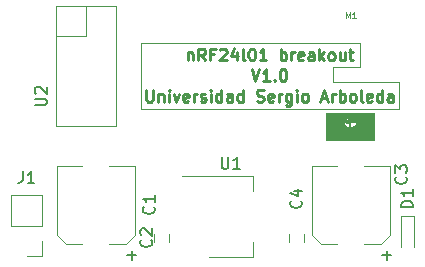
<source format=gbr>
G04 #@! TF.GenerationSoftware,KiCad,Pcbnew,(5.1.2)-2*
G04 #@! TF.CreationDate,2022-10-24T21:46:32-05:00*
G04 #@! TF.ProjectId,nrf24l01_breakout,6e726632-346c-4303-915f-627265616b6f,v1.0*
G04 #@! TF.SameCoordinates,Original*
G04 #@! TF.FileFunction,Legend,Top*
G04 #@! TF.FilePolarity,Positive*
%FSLAX46Y46*%
G04 Gerber Fmt 4.6, Leading zero omitted, Abs format (unit mm)*
G04 Created by KiCad (PCBNEW (5.1.2)-2) date 2022-10-24 21:46:32*
%MOMM*%
%LPD*%
G04 APERTURE LIST*
%ADD10C,0.120000*%
%ADD11C,0.250000*%
%ADD12C,0.010000*%
%ADD13C,0.125000*%
%ADD14C,0.150000*%
G04 APERTURE END LIST*
D10*
X125730000Y-138684000D02*
X125730000Y-138938000D01*
X144272000Y-138684000D02*
X125730000Y-138684000D01*
X144272000Y-140716000D02*
X144272000Y-138684000D01*
X141986000Y-140716000D02*
X144272000Y-140716000D01*
X141986000Y-141986000D02*
X141986000Y-140716000D01*
X147574000Y-141986000D02*
X141986000Y-141986000D01*
X147574000Y-144272000D02*
X147574000Y-141986000D01*
X125730000Y-144272000D02*
X147574000Y-144272000D01*
X125730000Y-138938000D02*
X125730000Y-144272000D01*
D11*
X129723428Y-139513714D02*
X129723428Y-140180380D01*
X129723428Y-139608952D02*
X129771047Y-139561333D01*
X129866285Y-139513714D01*
X130009142Y-139513714D01*
X130104380Y-139561333D01*
X130152000Y-139656571D01*
X130152000Y-140180380D01*
X131199619Y-140180380D02*
X130866285Y-139704190D01*
X130628190Y-140180380D02*
X130628190Y-139180380D01*
X131009142Y-139180380D01*
X131104380Y-139228000D01*
X131152000Y-139275619D01*
X131199619Y-139370857D01*
X131199619Y-139513714D01*
X131152000Y-139608952D01*
X131104380Y-139656571D01*
X131009142Y-139704190D01*
X130628190Y-139704190D01*
X131961523Y-139656571D02*
X131628190Y-139656571D01*
X131628190Y-140180380D02*
X131628190Y-139180380D01*
X132104380Y-139180380D01*
X132437714Y-139275619D02*
X132485333Y-139228000D01*
X132580571Y-139180380D01*
X132818666Y-139180380D01*
X132913904Y-139228000D01*
X132961523Y-139275619D01*
X133009142Y-139370857D01*
X133009142Y-139466095D01*
X132961523Y-139608952D01*
X132390095Y-140180380D01*
X133009142Y-140180380D01*
X133866285Y-139513714D02*
X133866285Y-140180380D01*
X133628190Y-139132761D02*
X133390095Y-139847047D01*
X134009142Y-139847047D01*
X134532952Y-140180380D02*
X134437714Y-140132761D01*
X134390095Y-140037523D01*
X134390095Y-139180380D01*
X135104380Y-139180380D02*
X135199619Y-139180380D01*
X135294857Y-139228000D01*
X135342476Y-139275619D01*
X135390095Y-139370857D01*
X135437714Y-139561333D01*
X135437714Y-139799428D01*
X135390095Y-139989904D01*
X135342476Y-140085142D01*
X135294857Y-140132761D01*
X135199619Y-140180380D01*
X135104380Y-140180380D01*
X135009142Y-140132761D01*
X134961523Y-140085142D01*
X134913904Y-139989904D01*
X134866285Y-139799428D01*
X134866285Y-139561333D01*
X134913904Y-139370857D01*
X134961523Y-139275619D01*
X135009142Y-139228000D01*
X135104380Y-139180380D01*
X136390095Y-140180380D02*
X135818666Y-140180380D01*
X136104380Y-140180380D02*
X136104380Y-139180380D01*
X136009142Y-139323238D01*
X135913904Y-139418476D01*
X135818666Y-139466095D01*
X137580571Y-140180380D02*
X137580571Y-139180380D01*
X137580571Y-139561333D02*
X137675809Y-139513714D01*
X137866285Y-139513714D01*
X137961523Y-139561333D01*
X138009142Y-139608952D01*
X138056761Y-139704190D01*
X138056761Y-139989904D01*
X138009142Y-140085142D01*
X137961523Y-140132761D01*
X137866285Y-140180380D01*
X137675809Y-140180380D01*
X137580571Y-140132761D01*
X138485333Y-140180380D02*
X138485333Y-139513714D01*
X138485333Y-139704190D02*
X138532952Y-139608952D01*
X138580571Y-139561333D01*
X138675809Y-139513714D01*
X138771047Y-139513714D01*
X139485333Y-140132761D02*
X139390095Y-140180380D01*
X139199619Y-140180380D01*
X139104380Y-140132761D01*
X139056761Y-140037523D01*
X139056761Y-139656571D01*
X139104380Y-139561333D01*
X139199619Y-139513714D01*
X139390095Y-139513714D01*
X139485333Y-139561333D01*
X139532952Y-139656571D01*
X139532952Y-139751809D01*
X139056761Y-139847047D01*
X140390095Y-140180380D02*
X140390095Y-139656571D01*
X140342476Y-139561333D01*
X140247238Y-139513714D01*
X140056761Y-139513714D01*
X139961523Y-139561333D01*
X140390095Y-140132761D02*
X140294857Y-140180380D01*
X140056761Y-140180380D01*
X139961523Y-140132761D01*
X139913904Y-140037523D01*
X139913904Y-139942285D01*
X139961523Y-139847047D01*
X140056761Y-139799428D01*
X140294857Y-139799428D01*
X140390095Y-139751809D01*
X140866285Y-140180380D02*
X140866285Y-139180380D01*
X140961523Y-139799428D02*
X141247238Y-140180380D01*
X141247238Y-139513714D02*
X140866285Y-139894666D01*
X141818666Y-140180380D02*
X141723428Y-140132761D01*
X141675809Y-140085142D01*
X141628190Y-139989904D01*
X141628190Y-139704190D01*
X141675809Y-139608952D01*
X141723428Y-139561333D01*
X141818666Y-139513714D01*
X141961523Y-139513714D01*
X142056761Y-139561333D01*
X142104380Y-139608952D01*
X142152000Y-139704190D01*
X142152000Y-139989904D01*
X142104380Y-140085142D01*
X142056761Y-140132761D01*
X141961523Y-140180380D01*
X141818666Y-140180380D01*
X143009142Y-139513714D02*
X143009142Y-140180380D01*
X142580571Y-139513714D02*
X142580571Y-140037523D01*
X142628190Y-140132761D01*
X142723428Y-140180380D01*
X142866285Y-140180380D01*
X142961523Y-140132761D01*
X143009142Y-140085142D01*
X143342476Y-139513714D02*
X143723428Y-139513714D01*
X143485333Y-139180380D02*
X143485333Y-140037523D01*
X143532952Y-140132761D01*
X143628190Y-140180380D01*
X143723428Y-140180380D01*
X135128190Y-140930380D02*
X135461523Y-141930380D01*
X135794857Y-140930380D01*
X136652000Y-141930380D02*
X136080571Y-141930380D01*
X136366285Y-141930380D02*
X136366285Y-140930380D01*
X136271047Y-141073238D01*
X136175809Y-141168476D01*
X136080571Y-141216095D01*
X137080571Y-141835142D02*
X137128190Y-141882761D01*
X137080571Y-141930380D01*
X137032952Y-141882761D01*
X137080571Y-141835142D01*
X137080571Y-141930380D01*
X137747238Y-140930380D02*
X137842476Y-140930380D01*
X137937714Y-140978000D01*
X137985333Y-141025619D01*
X138032952Y-141120857D01*
X138080571Y-141311333D01*
X138080571Y-141549428D01*
X138032952Y-141739904D01*
X137985333Y-141835142D01*
X137937714Y-141882761D01*
X137842476Y-141930380D01*
X137747238Y-141930380D01*
X137652000Y-141882761D01*
X137604380Y-141835142D01*
X137556761Y-141739904D01*
X137509142Y-141549428D01*
X137509142Y-141311333D01*
X137556761Y-141120857D01*
X137604380Y-141025619D01*
X137652000Y-140978000D01*
X137747238Y-140930380D01*
X126199619Y-142680380D02*
X126199619Y-143489904D01*
X126247238Y-143585142D01*
X126294857Y-143632761D01*
X126390095Y-143680380D01*
X126580571Y-143680380D01*
X126675809Y-143632761D01*
X126723428Y-143585142D01*
X126771047Y-143489904D01*
X126771047Y-142680380D01*
X127247238Y-143013714D02*
X127247238Y-143680380D01*
X127247238Y-143108952D02*
X127294857Y-143061333D01*
X127390095Y-143013714D01*
X127532952Y-143013714D01*
X127628190Y-143061333D01*
X127675809Y-143156571D01*
X127675809Y-143680380D01*
X128152000Y-143680380D02*
X128152000Y-143013714D01*
X128152000Y-142680380D02*
X128104380Y-142728000D01*
X128152000Y-142775619D01*
X128199619Y-142728000D01*
X128152000Y-142680380D01*
X128152000Y-142775619D01*
X128532952Y-143013714D02*
X128771047Y-143680380D01*
X129009142Y-143013714D01*
X129771047Y-143632761D02*
X129675809Y-143680380D01*
X129485333Y-143680380D01*
X129390095Y-143632761D01*
X129342476Y-143537523D01*
X129342476Y-143156571D01*
X129390095Y-143061333D01*
X129485333Y-143013714D01*
X129675809Y-143013714D01*
X129771047Y-143061333D01*
X129818666Y-143156571D01*
X129818666Y-143251809D01*
X129342476Y-143347047D01*
X130247238Y-143680380D02*
X130247238Y-143013714D01*
X130247238Y-143204190D02*
X130294857Y-143108952D01*
X130342476Y-143061333D01*
X130437714Y-143013714D01*
X130532952Y-143013714D01*
X130818666Y-143632761D02*
X130913904Y-143680380D01*
X131104380Y-143680380D01*
X131199619Y-143632761D01*
X131247238Y-143537523D01*
X131247238Y-143489904D01*
X131199619Y-143394666D01*
X131104380Y-143347047D01*
X130961523Y-143347047D01*
X130866285Y-143299428D01*
X130818666Y-143204190D01*
X130818666Y-143156571D01*
X130866285Y-143061333D01*
X130961523Y-143013714D01*
X131104380Y-143013714D01*
X131199619Y-143061333D01*
X131675809Y-143680380D02*
X131675809Y-143013714D01*
X131675809Y-142680380D02*
X131628190Y-142728000D01*
X131675809Y-142775619D01*
X131723428Y-142728000D01*
X131675809Y-142680380D01*
X131675809Y-142775619D01*
X132580571Y-143680380D02*
X132580571Y-142680380D01*
X132580571Y-143632761D02*
X132485333Y-143680380D01*
X132294857Y-143680380D01*
X132199619Y-143632761D01*
X132152000Y-143585142D01*
X132104380Y-143489904D01*
X132104380Y-143204190D01*
X132152000Y-143108952D01*
X132199619Y-143061333D01*
X132294857Y-143013714D01*
X132485333Y-143013714D01*
X132580571Y-143061333D01*
X133485333Y-143680380D02*
X133485333Y-143156571D01*
X133437714Y-143061333D01*
X133342476Y-143013714D01*
X133152000Y-143013714D01*
X133056761Y-143061333D01*
X133485333Y-143632761D02*
X133390095Y-143680380D01*
X133152000Y-143680380D01*
X133056761Y-143632761D01*
X133009142Y-143537523D01*
X133009142Y-143442285D01*
X133056761Y-143347047D01*
X133152000Y-143299428D01*
X133390095Y-143299428D01*
X133485333Y-143251809D01*
X134390095Y-143680380D02*
X134390095Y-142680380D01*
X134390095Y-143632761D02*
X134294857Y-143680380D01*
X134104380Y-143680380D01*
X134009142Y-143632761D01*
X133961523Y-143585142D01*
X133913904Y-143489904D01*
X133913904Y-143204190D01*
X133961523Y-143108952D01*
X134009142Y-143061333D01*
X134104380Y-143013714D01*
X134294857Y-143013714D01*
X134390095Y-143061333D01*
X135580571Y-143632761D02*
X135723428Y-143680380D01*
X135961523Y-143680380D01*
X136056761Y-143632761D01*
X136104380Y-143585142D01*
X136152000Y-143489904D01*
X136152000Y-143394666D01*
X136104380Y-143299428D01*
X136056761Y-143251809D01*
X135961523Y-143204190D01*
X135771047Y-143156571D01*
X135675809Y-143108952D01*
X135628190Y-143061333D01*
X135580571Y-142966095D01*
X135580571Y-142870857D01*
X135628190Y-142775619D01*
X135675809Y-142728000D01*
X135771047Y-142680380D01*
X136009142Y-142680380D01*
X136152000Y-142728000D01*
X136961523Y-143632761D02*
X136866285Y-143680380D01*
X136675809Y-143680380D01*
X136580571Y-143632761D01*
X136532952Y-143537523D01*
X136532952Y-143156571D01*
X136580571Y-143061333D01*
X136675809Y-143013714D01*
X136866285Y-143013714D01*
X136961523Y-143061333D01*
X137009142Y-143156571D01*
X137009142Y-143251809D01*
X136532952Y-143347047D01*
X137437714Y-143680380D02*
X137437714Y-143013714D01*
X137437714Y-143204190D02*
X137485333Y-143108952D01*
X137532952Y-143061333D01*
X137628190Y-143013714D01*
X137723428Y-143013714D01*
X138485333Y-143013714D02*
X138485333Y-143823238D01*
X138437714Y-143918476D01*
X138390095Y-143966095D01*
X138294857Y-144013714D01*
X138152000Y-144013714D01*
X138056761Y-143966095D01*
X138485333Y-143632761D02*
X138390095Y-143680380D01*
X138199619Y-143680380D01*
X138104380Y-143632761D01*
X138056761Y-143585142D01*
X138009142Y-143489904D01*
X138009142Y-143204190D01*
X138056761Y-143108952D01*
X138104380Y-143061333D01*
X138199619Y-143013714D01*
X138390095Y-143013714D01*
X138485333Y-143061333D01*
X138961523Y-143680380D02*
X138961523Y-143013714D01*
X138961523Y-142680380D02*
X138913904Y-142728000D01*
X138961523Y-142775619D01*
X139009142Y-142728000D01*
X138961523Y-142680380D01*
X138961523Y-142775619D01*
X139580571Y-143680380D02*
X139485333Y-143632761D01*
X139437714Y-143585142D01*
X139390095Y-143489904D01*
X139390095Y-143204190D01*
X139437714Y-143108952D01*
X139485333Y-143061333D01*
X139580571Y-143013714D01*
X139723428Y-143013714D01*
X139818666Y-143061333D01*
X139866285Y-143108952D01*
X139913904Y-143204190D01*
X139913904Y-143489904D01*
X139866285Y-143585142D01*
X139818666Y-143632761D01*
X139723428Y-143680380D01*
X139580571Y-143680380D01*
X141056761Y-143394666D02*
X141532952Y-143394666D01*
X140961523Y-143680380D02*
X141294857Y-142680380D01*
X141628190Y-143680380D01*
X141961523Y-143680380D02*
X141961523Y-143013714D01*
X141961523Y-143204190D02*
X142009142Y-143108952D01*
X142056761Y-143061333D01*
X142152000Y-143013714D01*
X142247238Y-143013714D01*
X142580571Y-143680380D02*
X142580571Y-142680380D01*
X142580571Y-143061333D02*
X142675809Y-143013714D01*
X142866285Y-143013714D01*
X142961523Y-143061333D01*
X143009142Y-143108952D01*
X143056761Y-143204190D01*
X143056761Y-143489904D01*
X143009142Y-143585142D01*
X142961523Y-143632761D01*
X142866285Y-143680380D01*
X142675809Y-143680380D01*
X142580571Y-143632761D01*
X143628190Y-143680380D02*
X143532952Y-143632761D01*
X143485333Y-143585142D01*
X143437714Y-143489904D01*
X143437714Y-143204190D01*
X143485333Y-143108952D01*
X143532952Y-143061333D01*
X143628190Y-143013714D01*
X143771047Y-143013714D01*
X143866285Y-143061333D01*
X143913904Y-143108952D01*
X143961523Y-143204190D01*
X143961523Y-143489904D01*
X143913904Y-143585142D01*
X143866285Y-143632761D01*
X143771047Y-143680380D01*
X143628190Y-143680380D01*
X144532952Y-143680380D02*
X144437714Y-143632761D01*
X144390095Y-143537523D01*
X144390095Y-142680380D01*
X145294857Y-143632761D02*
X145199619Y-143680380D01*
X145009142Y-143680380D01*
X144913904Y-143632761D01*
X144866285Y-143537523D01*
X144866285Y-143156571D01*
X144913904Y-143061333D01*
X145009142Y-143013714D01*
X145199619Y-143013714D01*
X145294857Y-143061333D01*
X145342476Y-143156571D01*
X145342476Y-143251809D01*
X144866285Y-143347047D01*
X146199619Y-143680380D02*
X146199619Y-142680380D01*
X146199619Y-143632761D02*
X146104380Y-143680380D01*
X145913904Y-143680380D01*
X145818666Y-143632761D01*
X145771047Y-143585142D01*
X145723428Y-143489904D01*
X145723428Y-143204190D01*
X145771047Y-143108952D01*
X145818666Y-143061333D01*
X145913904Y-143013714D01*
X146104380Y-143013714D01*
X146199619Y-143061333D01*
X147104380Y-143680380D02*
X147104380Y-143156571D01*
X147056761Y-143061333D01*
X146961523Y-143013714D01*
X146771047Y-143013714D01*
X146675809Y-143061333D01*
X147104380Y-143632761D02*
X147009142Y-143680380D01*
X146771047Y-143680380D01*
X146675809Y-143632761D01*
X146628190Y-143537523D01*
X146628190Y-143442285D01*
X146675809Y-143347047D01*
X146771047Y-143299428D01*
X147009142Y-143299428D01*
X147104380Y-143251809D01*
D12*
G36*
X145478500Y-146913600D02*
G01*
X141414500Y-146913600D01*
X141414500Y-145295620D01*
X142917723Y-145295620D01*
X142919221Y-145445480D01*
X142919668Y-145488416D01*
X142920119Y-145522439D01*
X142920679Y-145548794D01*
X142921449Y-145568729D01*
X142922532Y-145583488D01*
X142924030Y-145594318D01*
X142926046Y-145602465D01*
X142928682Y-145609176D01*
X142932041Y-145615695D01*
X142933427Y-145618200D01*
X142948240Y-145638007D01*
X142970821Y-145657145D01*
X142979147Y-145662864D01*
X143004772Y-145679225D01*
X143037360Y-145699172D01*
X143074893Y-145721540D01*
X143115353Y-145745165D01*
X143156720Y-145768884D01*
X143196977Y-145791533D01*
X143234106Y-145811947D01*
X143266086Y-145828963D01*
X143276320Y-145834220D01*
X143302371Y-145847564D01*
X143326596Y-145860214D01*
X143346901Y-145871060D01*
X143361192Y-145878990D01*
X143365220Y-145881384D01*
X143377227Y-145888353D01*
X143385530Y-145892222D01*
X143386810Y-145892501D01*
X143387673Y-145887611D01*
X143388467Y-145873681D01*
X143389171Y-145851826D01*
X143389760Y-145823167D01*
X143390213Y-145788820D01*
X143390507Y-145749905D01*
X143390619Y-145707539D01*
X143390620Y-145704656D01*
X143390620Y-145661803D01*
X143497300Y-145661803D01*
X143497381Y-145709139D01*
X143497613Y-145753149D01*
X143497981Y-145792836D01*
X143498466Y-145827202D01*
X143499053Y-145855250D01*
X143499725Y-145875981D01*
X143500465Y-145888399D01*
X143501136Y-145891673D01*
X143506717Y-145888916D01*
X143519800Y-145882327D01*
X143538837Y-145872690D01*
X143562279Y-145860788D01*
X143583686Y-145849896D01*
X143622302Y-145829829D01*
X143663138Y-145807887D01*
X143705062Y-145784739D01*
X143746943Y-145761056D01*
X143787648Y-145737507D01*
X143826045Y-145714761D01*
X143861003Y-145693489D01*
X143891389Y-145674360D01*
X143916072Y-145658044D01*
X143933919Y-145645210D01*
X143943169Y-145637225D01*
X143949751Y-145629666D01*
X143955150Y-145621650D01*
X143959480Y-145612137D01*
X143962853Y-145600087D01*
X143965384Y-145584461D01*
X143967187Y-145564220D01*
X143968374Y-145538323D01*
X143969061Y-145505732D01*
X143969360Y-145465406D01*
X143969385Y-145416307D01*
X143969352Y-145397851D01*
X143968965Y-145214340D01*
X143954272Y-145258617D01*
X143942158Y-145291553D01*
X143930183Y-145315999D01*
X143917349Y-145333564D01*
X143902657Y-145345853D01*
X143898620Y-145348266D01*
X143887266Y-145352889D01*
X143868278Y-145358770D01*
X143844000Y-145365255D01*
X143816775Y-145371691D01*
X143807180Y-145373769D01*
X143786496Y-145378007D01*
X143759901Y-145383256D01*
X143728907Y-145389236D01*
X143695023Y-145395670D01*
X143659759Y-145402278D01*
X143624626Y-145408782D01*
X143591133Y-145414903D01*
X143560791Y-145420363D01*
X143535109Y-145424882D01*
X143515599Y-145428183D01*
X143503769Y-145429986D01*
X143501154Y-145430240D01*
X143500365Y-145435152D01*
X143499630Y-145449216D01*
X143498966Y-145471426D01*
X143498390Y-145500774D01*
X143497919Y-145536252D01*
X143497570Y-145576854D01*
X143497358Y-145621572D01*
X143497300Y-145661803D01*
X143390620Y-145661803D01*
X143390620Y-145516793D01*
X143379190Y-145514400D01*
X143370876Y-145512696D01*
X143354295Y-145509327D01*
X143331138Y-145504634D01*
X143303097Y-145498962D01*
X143271864Y-145492653D01*
X143264869Y-145491241D01*
X143202741Y-145478115D01*
X143149867Y-145465595D01*
X143105382Y-145453374D01*
X143068419Y-145441144D01*
X143038116Y-145428600D01*
X143013605Y-145415432D01*
X142994023Y-145401336D01*
X142983321Y-145391315D01*
X142971657Y-145377506D01*
X142957613Y-145358518D01*
X142943850Y-145337987D01*
X142941183Y-145333720D01*
X142917723Y-145295620D01*
X141414500Y-145295620D01*
X141414500Y-144754600D01*
X142918180Y-144754600D01*
X142918180Y-145216577D01*
X142969480Y-145278958D01*
X142988357Y-145301585D01*
X143006293Y-145322495D01*
X143021734Y-145339918D01*
X143033125Y-145352082D01*
X143036790Y-145355617D01*
X143046174Y-145362868D01*
X143060336Y-145372594D01*
X143076755Y-145383212D01*
X143092911Y-145393140D01*
X143106281Y-145400796D01*
X143114344Y-145404600D01*
X143115132Y-145404761D01*
X143115433Y-145400089D01*
X143115135Y-145387445D01*
X143114308Y-145368996D01*
X143113543Y-145355310D01*
X143112060Y-145332823D01*
X143110521Y-145313323D01*
X143110207Y-145310158D01*
X143173937Y-145310158D01*
X143174703Y-145323340D01*
X143176361Y-145341408D01*
X143178611Y-145361783D01*
X143181155Y-145381881D01*
X143183695Y-145399122D01*
X143185932Y-145410924D01*
X143187080Y-145414450D01*
X143192524Y-145416400D01*
X143206122Y-145419623D01*
X143225996Y-145423776D01*
X143250270Y-145428516D01*
X143277066Y-145433500D01*
X143304507Y-145438385D01*
X143330716Y-145442830D01*
X143353815Y-145446490D01*
X143371929Y-145449024D01*
X143381962Y-145450033D01*
X143386781Y-145449191D01*
X143389329Y-145444535D01*
X143390087Y-145433931D01*
X143389582Y-145416270D01*
X143388080Y-145381980D01*
X143335570Y-145362164D01*
X143497839Y-145362164D01*
X143498571Y-145373080D01*
X143501005Y-145378126D01*
X143505600Y-145379433D01*
X143506179Y-145379440D01*
X143513915Y-145378579D01*
X143529938Y-145376181D01*
X143552542Y-145372523D01*
X143580018Y-145367883D01*
X143610657Y-145362537D01*
X143613567Y-145362021D01*
X143643771Y-145356589D01*
X143670341Y-145351681D01*
X143691737Y-145347593D01*
X143706415Y-145344620D01*
X143712834Y-145343058D01*
X143712984Y-145342971D01*
X143714407Y-145336865D01*
X143715245Y-145328717D01*
X143766855Y-145328717D01*
X143767283Y-145333688D01*
X143767412Y-145333720D01*
X143772981Y-145332705D01*
X143786198Y-145329978D01*
X143804787Y-145326014D01*
X143817167Y-145323328D01*
X143838181Y-145318568D01*
X143855453Y-145314331D01*
X143866560Y-145311229D01*
X143869179Y-145310217D01*
X143872671Y-145305047D01*
X143879925Y-145292145D01*
X143890210Y-145272890D01*
X143902794Y-145248660D01*
X143916943Y-145220834D01*
X143921660Y-145211439D01*
X143969740Y-145115381D01*
X143969740Y-144754600D01*
X143868140Y-144754600D01*
X143868140Y-144870625D01*
X143867971Y-144911592D01*
X143867501Y-144956216D01*
X143866786Y-145001073D01*
X143865880Y-145042744D01*
X143864837Y-145077808D01*
X143864796Y-145078967D01*
X143861452Y-145171284D01*
X143816536Y-145195284D01*
X143771620Y-145219285D01*
X143771620Y-145260627D01*
X143771228Y-145282414D01*
X143770193Y-145302226D01*
X143768723Y-145316293D01*
X143768445Y-145317845D01*
X143766855Y-145328717D01*
X143715245Y-145328717D01*
X143715761Y-145323713D01*
X143716940Y-145306134D01*
X143717836Y-145286745D01*
X143718341Y-145268166D01*
X143718349Y-145253016D01*
X143717751Y-145243911D01*
X143717112Y-145242430D01*
X143711304Y-145243884D01*
X143697234Y-145247869D01*
X143676359Y-145253959D01*
X143650137Y-145261727D01*
X143620024Y-145270745D01*
X143606520Y-145274818D01*
X143499840Y-145307056D01*
X143498347Y-145343248D01*
X143497839Y-145362164D01*
X143335570Y-145362164D01*
X143282352Y-145342081D01*
X143251664Y-145330634D01*
X143224274Y-145320672D01*
X143201565Y-145312678D01*
X143184919Y-145307134D01*
X143175720Y-145304521D01*
X143174361Y-145304445D01*
X143173937Y-145310158D01*
X143110207Y-145310158D01*
X143109160Y-145299620D01*
X143108575Y-145295589D01*
X143102897Y-145287809D01*
X143088195Y-145277014D01*
X143064226Y-145263035D01*
X143056366Y-145258815D01*
X143006163Y-145232230D01*
X143002811Y-145117054D01*
X143001731Y-145074065D01*
X143000787Y-145025392D01*
X143000041Y-144975099D01*
X142999555Y-144927245D01*
X142999390Y-144889669D01*
X142999235Y-144856274D01*
X142998839Y-144825781D01*
X142998244Y-144799839D01*
X142997493Y-144780100D01*
X142996626Y-144768212D01*
X142996321Y-144766399D01*
X143035567Y-144766399D01*
X143036024Y-144780966D01*
X143037047Y-144796510D01*
X143037950Y-144812145D01*
X143039097Y-144836286D01*
X143040421Y-144867279D01*
X143041854Y-144903475D01*
X143043330Y-144943222D01*
X143044782Y-144984869D01*
X143045318Y-145000980D01*
X143046997Y-145051901D01*
X143048451Y-145093629D01*
X143049800Y-145127126D01*
X143051167Y-145153355D01*
X143052671Y-145173275D01*
X143054435Y-145187849D01*
X143056580Y-145198038D01*
X143059226Y-145204804D01*
X143062495Y-145209109D01*
X143066507Y-145211913D01*
X143071385Y-145214180D01*
X143072221Y-145214542D01*
X143086134Y-145220102D01*
X143093208Y-145220789D01*
X143095719Y-145216218D01*
X143095981Y-145210530D01*
X143095536Y-145202709D01*
X143094280Y-145186100D01*
X143092331Y-145162036D01*
X143089805Y-145131844D01*
X143086821Y-145096857D01*
X143083495Y-145058403D01*
X143079945Y-145017815D01*
X143076289Y-144976421D01*
X143072644Y-144935552D01*
X143069127Y-144896539D01*
X143065857Y-144860712D01*
X143062949Y-144829401D01*
X143060523Y-144803936D01*
X143058695Y-144785648D01*
X143057628Y-144776190D01*
X143054754Y-144762152D01*
X143051135Y-144757140D01*
X143092945Y-144757140D01*
X143124215Y-144990820D01*
X143130632Y-145038666D01*
X143136691Y-145083631D01*
X143142249Y-145124668D01*
X143147163Y-145160732D01*
X143151290Y-145190779D01*
X143154488Y-145213762D01*
X143156613Y-145228638D01*
X143157482Y-145234189D01*
X143161735Y-145240205D01*
X143172867Y-145247230D01*
X143191973Y-145255860D01*
X143210280Y-145263027D01*
X143231129Y-145270876D01*
X143248082Y-145277241D01*
X143259126Y-145281367D01*
X143262350Y-145282547D01*
X143262711Y-145277813D01*
X143263033Y-145264333D01*
X143263299Y-145243522D01*
X143263494Y-145216792D01*
X143263600Y-145186132D01*
X143304260Y-145186132D01*
X143304260Y-145302705D01*
X143343630Y-145315155D01*
X143362409Y-145321011D01*
X143377392Y-145325528D01*
X143385996Y-145327933D01*
X143386907Y-145328122D01*
X143387979Y-145323439D01*
X143388816Y-145310033D01*
X143389388Y-145289340D01*
X143389659Y-145262797D01*
X143389657Y-145261520D01*
X143497300Y-145261520D01*
X143518447Y-145256768D01*
X143532768Y-145253116D01*
X143542903Y-145249753D01*
X143544593Y-145248927D01*
X143545499Y-145243479D01*
X143546107Y-145229596D01*
X143546439Y-145208997D01*
X143546521Y-145183403D01*
X143546376Y-145154532D01*
X143546026Y-145124104D01*
X143545497Y-145093839D01*
X143544812Y-145065456D01*
X143543994Y-145040676D01*
X143543067Y-145021217D01*
X143542055Y-145008800D01*
X143541235Y-145005121D01*
X143536006Y-145003699D01*
X143524224Y-145001478D01*
X143518699Y-145000563D01*
X143497300Y-144997141D01*
X143497300Y-145261520D01*
X143389657Y-145261520D01*
X143389600Y-145231839D01*
X143389447Y-145216106D01*
X143388080Y-145103572D01*
X143348219Y-145086566D01*
X143329931Y-145078859D01*
X143315540Y-145072974D01*
X143307330Y-145069838D01*
X143306309Y-145069560D01*
X143305725Y-145074403D01*
X143305207Y-145087986D01*
X143304777Y-145108890D01*
X143304463Y-145135695D01*
X143304287Y-145166980D01*
X143304260Y-145186132D01*
X143263600Y-145186132D01*
X143263602Y-145185559D01*
X143263620Y-145166405D01*
X143263620Y-145049890D01*
X143225520Y-145028472D01*
X143195389Y-144896696D01*
X143187235Y-144861371D01*
X143179668Y-144829215D01*
X143173017Y-144801589D01*
X143167615Y-144779849D01*
X143163793Y-144765354D01*
X143161914Y-144759509D01*
X143155119Y-144756711D01*
X143140586Y-144755426D01*
X143125758Y-144755619D01*
X143092945Y-144757140D01*
X143051135Y-144757140D01*
X143050169Y-144755803D01*
X143044412Y-144754600D01*
X143039406Y-144755237D01*
X143036576Y-144758496D01*
X143035567Y-144766399D01*
X142996321Y-144766399D01*
X142996258Y-144766030D01*
X142993851Y-144760141D01*
X142989011Y-144756715D01*
X142979404Y-144755092D01*
X142962700Y-144754617D01*
X142955687Y-144754600D01*
X142918180Y-144754600D01*
X141414500Y-144754600D01*
X141414500Y-144754145D01*
X143203846Y-144754145D01*
X143220490Y-144824222D01*
X143227812Y-144855198D01*
X143235506Y-144887980D01*
X143242664Y-144918696D01*
X143248381Y-144943472D01*
X143248463Y-144943830D01*
X143253652Y-144964661D01*
X143258572Y-144981172D01*
X143262548Y-144991253D01*
X143264339Y-144993360D01*
X143265626Y-144988491D01*
X143266638Y-144974730D01*
X143267340Y-144953337D01*
X143267699Y-144925578D01*
X143267679Y-144892715D01*
X143267523Y-144875250D01*
X143266160Y-144757140D01*
X143235003Y-144755642D01*
X143213316Y-144754600D01*
X143314420Y-144754600D01*
X143314420Y-145027618D01*
X143341090Y-145035479D01*
X143358384Y-145040043D01*
X143373309Y-145043077D01*
X143379190Y-145043750D01*
X143390620Y-145044160D01*
X143390620Y-144994787D01*
X143592718Y-144994787D01*
X143595732Y-145041063D01*
X143597203Y-145065069D01*
X143598913Y-145095188D01*
X143600639Y-145127382D01*
X143602015Y-145154650D01*
X143603962Y-145185981D01*
X143606284Y-145207692D01*
X143608952Y-145219584D01*
X143610969Y-145221960D01*
X143618010Y-145220434D01*
X143632234Y-145216336D01*
X143651210Y-145210388D01*
X143662852Y-145206569D01*
X143709051Y-145191178D01*
X143712383Y-145080839D01*
X143713477Y-145038603D01*
X143714421Y-144990693D01*
X143715153Y-144941284D01*
X143715607Y-144894550D01*
X143715727Y-144862257D01*
X143715739Y-144754600D01*
X143766540Y-144754600D01*
X143766540Y-144837597D01*
X143766695Y-144868226D01*
X143767128Y-144906043D01*
X143767792Y-144948078D01*
X143768637Y-144991364D01*
X143769615Y-145032933D01*
X143769883Y-145043004D01*
X143773226Y-145165415D01*
X143832580Y-145135453D01*
X143832580Y-144754600D01*
X143766540Y-144754600D01*
X143715739Y-144754600D01*
X143715740Y-144754015D01*
X143694150Y-144755577D01*
X143672560Y-144757140D01*
X143664300Y-144831710D01*
X143661018Y-144861418D01*
X143657811Y-144890580D01*
X143655002Y-144916252D01*
X143652914Y-144935487D01*
X143652551Y-144938857D01*
X143649063Y-144971434D01*
X143620891Y-144983111D01*
X143592718Y-144994787D01*
X143390620Y-144994787D01*
X143390620Y-144851769D01*
X143497300Y-144851769D01*
X143497300Y-144948938D01*
X143518699Y-144945516D01*
X143532001Y-144943200D01*
X143540031Y-144941441D01*
X143540988Y-144941057D01*
X143540475Y-144935969D01*
X143538511Y-144922446D01*
X143535342Y-144902069D01*
X143531215Y-144876421D01*
X143526413Y-144847310D01*
X143520190Y-144811496D01*
X143514994Y-144785047D01*
X143510651Y-144767236D01*
X143506987Y-144757339D01*
X143505452Y-144755870D01*
X143563366Y-144755870D01*
X143564019Y-144761057D01*
X143565819Y-144774726D01*
X143568554Y-144795286D01*
X143572014Y-144821151D01*
X143575987Y-144850732D01*
X143576040Y-144851120D01*
X143580018Y-144880737D01*
X143583485Y-144906658D01*
X143586231Y-144927295D01*
X143588044Y-144941060D01*
X143588713Y-144946363D01*
X143588713Y-144946370D01*
X143593073Y-144947349D01*
X143600619Y-144947640D01*
X143604998Y-144947293D01*
X143608332Y-144945307D01*
X143610964Y-144940259D01*
X143613239Y-144930728D01*
X143615500Y-144915291D01*
X143618091Y-144892526D01*
X143621200Y-144862550D01*
X143624247Y-144833431D01*
X143627124Y-144807187D01*
X143629605Y-144785776D01*
X143631467Y-144771155D01*
X143632277Y-144766030D01*
X143632940Y-144760068D01*
X143630457Y-144756649D01*
X143622774Y-144755068D01*
X143607839Y-144754620D01*
X143598996Y-144754600D01*
X143581445Y-144754765D01*
X143568724Y-144755201D01*
X143563396Y-144755816D01*
X143563366Y-144755870D01*
X143505452Y-144755870D01*
X143504124Y-144754600D01*
X143501679Y-144756454D01*
X143499865Y-144762792D01*
X143498602Y-144774774D01*
X143497808Y-144793559D01*
X143497402Y-144820308D01*
X143497300Y-144851769D01*
X143390620Y-144851769D01*
X143390620Y-144754600D01*
X143314420Y-144754600D01*
X143213316Y-144754600D01*
X143203846Y-144754145D01*
X141414500Y-144754145D01*
X141414500Y-144678400D01*
X145478500Y-144678400D01*
X145478500Y-146913600D01*
X145478500Y-146913600D01*
G37*
X145478500Y-146913600D02*
X141414500Y-146913600D01*
X141414500Y-145295620D01*
X142917723Y-145295620D01*
X142919221Y-145445480D01*
X142919668Y-145488416D01*
X142920119Y-145522439D01*
X142920679Y-145548794D01*
X142921449Y-145568729D01*
X142922532Y-145583488D01*
X142924030Y-145594318D01*
X142926046Y-145602465D01*
X142928682Y-145609176D01*
X142932041Y-145615695D01*
X142933427Y-145618200D01*
X142948240Y-145638007D01*
X142970821Y-145657145D01*
X142979147Y-145662864D01*
X143004772Y-145679225D01*
X143037360Y-145699172D01*
X143074893Y-145721540D01*
X143115353Y-145745165D01*
X143156720Y-145768884D01*
X143196977Y-145791533D01*
X143234106Y-145811947D01*
X143266086Y-145828963D01*
X143276320Y-145834220D01*
X143302371Y-145847564D01*
X143326596Y-145860214D01*
X143346901Y-145871060D01*
X143361192Y-145878990D01*
X143365220Y-145881384D01*
X143377227Y-145888353D01*
X143385530Y-145892222D01*
X143386810Y-145892501D01*
X143387673Y-145887611D01*
X143388467Y-145873681D01*
X143389171Y-145851826D01*
X143389760Y-145823167D01*
X143390213Y-145788820D01*
X143390507Y-145749905D01*
X143390619Y-145707539D01*
X143390620Y-145704656D01*
X143390620Y-145661803D01*
X143497300Y-145661803D01*
X143497381Y-145709139D01*
X143497613Y-145753149D01*
X143497981Y-145792836D01*
X143498466Y-145827202D01*
X143499053Y-145855250D01*
X143499725Y-145875981D01*
X143500465Y-145888399D01*
X143501136Y-145891673D01*
X143506717Y-145888916D01*
X143519800Y-145882327D01*
X143538837Y-145872690D01*
X143562279Y-145860788D01*
X143583686Y-145849896D01*
X143622302Y-145829829D01*
X143663138Y-145807887D01*
X143705062Y-145784739D01*
X143746943Y-145761056D01*
X143787648Y-145737507D01*
X143826045Y-145714761D01*
X143861003Y-145693489D01*
X143891389Y-145674360D01*
X143916072Y-145658044D01*
X143933919Y-145645210D01*
X143943169Y-145637225D01*
X143949751Y-145629666D01*
X143955150Y-145621650D01*
X143959480Y-145612137D01*
X143962853Y-145600087D01*
X143965384Y-145584461D01*
X143967187Y-145564220D01*
X143968374Y-145538323D01*
X143969061Y-145505732D01*
X143969360Y-145465406D01*
X143969385Y-145416307D01*
X143969352Y-145397851D01*
X143968965Y-145214340D01*
X143954272Y-145258617D01*
X143942158Y-145291553D01*
X143930183Y-145315999D01*
X143917349Y-145333564D01*
X143902657Y-145345853D01*
X143898620Y-145348266D01*
X143887266Y-145352889D01*
X143868278Y-145358770D01*
X143844000Y-145365255D01*
X143816775Y-145371691D01*
X143807180Y-145373769D01*
X143786496Y-145378007D01*
X143759901Y-145383256D01*
X143728907Y-145389236D01*
X143695023Y-145395670D01*
X143659759Y-145402278D01*
X143624626Y-145408782D01*
X143591133Y-145414903D01*
X143560791Y-145420363D01*
X143535109Y-145424882D01*
X143515599Y-145428183D01*
X143503769Y-145429986D01*
X143501154Y-145430240D01*
X143500365Y-145435152D01*
X143499630Y-145449216D01*
X143498966Y-145471426D01*
X143498390Y-145500774D01*
X143497919Y-145536252D01*
X143497570Y-145576854D01*
X143497358Y-145621572D01*
X143497300Y-145661803D01*
X143390620Y-145661803D01*
X143390620Y-145516793D01*
X143379190Y-145514400D01*
X143370876Y-145512696D01*
X143354295Y-145509327D01*
X143331138Y-145504634D01*
X143303097Y-145498962D01*
X143271864Y-145492653D01*
X143264869Y-145491241D01*
X143202741Y-145478115D01*
X143149867Y-145465595D01*
X143105382Y-145453374D01*
X143068419Y-145441144D01*
X143038116Y-145428600D01*
X143013605Y-145415432D01*
X142994023Y-145401336D01*
X142983321Y-145391315D01*
X142971657Y-145377506D01*
X142957613Y-145358518D01*
X142943850Y-145337987D01*
X142941183Y-145333720D01*
X142917723Y-145295620D01*
X141414500Y-145295620D01*
X141414500Y-144754600D01*
X142918180Y-144754600D01*
X142918180Y-145216577D01*
X142969480Y-145278958D01*
X142988357Y-145301585D01*
X143006293Y-145322495D01*
X143021734Y-145339918D01*
X143033125Y-145352082D01*
X143036790Y-145355617D01*
X143046174Y-145362868D01*
X143060336Y-145372594D01*
X143076755Y-145383212D01*
X143092911Y-145393140D01*
X143106281Y-145400796D01*
X143114344Y-145404600D01*
X143115132Y-145404761D01*
X143115433Y-145400089D01*
X143115135Y-145387445D01*
X143114308Y-145368996D01*
X143113543Y-145355310D01*
X143112060Y-145332823D01*
X143110521Y-145313323D01*
X143110207Y-145310158D01*
X143173937Y-145310158D01*
X143174703Y-145323340D01*
X143176361Y-145341408D01*
X143178611Y-145361783D01*
X143181155Y-145381881D01*
X143183695Y-145399122D01*
X143185932Y-145410924D01*
X143187080Y-145414450D01*
X143192524Y-145416400D01*
X143206122Y-145419623D01*
X143225996Y-145423776D01*
X143250270Y-145428516D01*
X143277066Y-145433500D01*
X143304507Y-145438385D01*
X143330716Y-145442830D01*
X143353815Y-145446490D01*
X143371929Y-145449024D01*
X143381962Y-145450033D01*
X143386781Y-145449191D01*
X143389329Y-145444535D01*
X143390087Y-145433931D01*
X143389582Y-145416270D01*
X143388080Y-145381980D01*
X143335570Y-145362164D01*
X143497839Y-145362164D01*
X143498571Y-145373080D01*
X143501005Y-145378126D01*
X143505600Y-145379433D01*
X143506179Y-145379440D01*
X143513915Y-145378579D01*
X143529938Y-145376181D01*
X143552542Y-145372523D01*
X143580018Y-145367883D01*
X143610657Y-145362537D01*
X143613567Y-145362021D01*
X143643771Y-145356589D01*
X143670341Y-145351681D01*
X143691737Y-145347593D01*
X143706415Y-145344620D01*
X143712834Y-145343058D01*
X143712984Y-145342971D01*
X143714407Y-145336865D01*
X143715245Y-145328717D01*
X143766855Y-145328717D01*
X143767283Y-145333688D01*
X143767412Y-145333720D01*
X143772981Y-145332705D01*
X143786198Y-145329978D01*
X143804787Y-145326014D01*
X143817167Y-145323328D01*
X143838181Y-145318568D01*
X143855453Y-145314331D01*
X143866560Y-145311229D01*
X143869179Y-145310217D01*
X143872671Y-145305047D01*
X143879925Y-145292145D01*
X143890210Y-145272890D01*
X143902794Y-145248660D01*
X143916943Y-145220834D01*
X143921660Y-145211439D01*
X143969740Y-145115381D01*
X143969740Y-144754600D01*
X143868140Y-144754600D01*
X143868140Y-144870625D01*
X143867971Y-144911592D01*
X143867501Y-144956216D01*
X143866786Y-145001073D01*
X143865880Y-145042744D01*
X143864837Y-145077808D01*
X143864796Y-145078967D01*
X143861452Y-145171284D01*
X143816536Y-145195284D01*
X143771620Y-145219285D01*
X143771620Y-145260627D01*
X143771228Y-145282414D01*
X143770193Y-145302226D01*
X143768723Y-145316293D01*
X143768445Y-145317845D01*
X143766855Y-145328717D01*
X143715245Y-145328717D01*
X143715761Y-145323713D01*
X143716940Y-145306134D01*
X143717836Y-145286745D01*
X143718341Y-145268166D01*
X143718349Y-145253016D01*
X143717751Y-145243911D01*
X143717112Y-145242430D01*
X143711304Y-145243884D01*
X143697234Y-145247869D01*
X143676359Y-145253959D01*
X143650137Y-145261727D01*
X143620024Y-145270745D01*
X143606520Y-145274818D01*
X143499840Y-145307056D01*
X143498347Y-145343248D01*
X143497839Y-145362164D01*
X143335570Y-145362164D01*
X143282352Y-145342081D01*
X143251664Y-145330634D01*
X143224274Y-145320672D01*
X143201565Y-145312678D01*
X143184919Y-145307134D01*
X143175720Y-145304521D01*
X143174361Y-145304445D01*
X143173937Y-145310158D01*
X143110207Y-145310158D01*
X143109160Y-145299620D01*
X143108575Y-145295589D01*
X143102897Y-145287809D01*
X143088195Y-145277014D01*
X143064226Y-145263035D01*
X143056366Y-145258815D01*
X143006163Y-145232230D01*
X143002811Y-145117054D01*
X143001731Y-145074065D01*
X143000787Y-145025392D01*
X143000041Y-144975099D01*
X142999555Y-144927245D01*
X142999390Y-144889669D01*
X142999235Y-144856274D01*
X142998839Y-144825781D01*
X142998244Y-144799839D01*
X142997493Y-144780100D01*
X142996626Y-144768212D01*
X142996321Y-144766399D01*
X143035567Y-144766399D01*
X143036024Y-144780966D01*
X143037047Y-144796510D01*
X143037950Y-144812145D01*
X143039097Y-144836286D01*
X143040421Y-144867279D01*
X143041854Y-144903475D01*
X143043330Y-144943222D01*
X143044782Y-144984869D01*
X143045318Y-145000980D01*
X143046997Y-145051901D01*
X143048451Y-145093629D01*
X143049800Y-145127126D01*
X143051167Y-145153355D01*
X143052671Y-145173275D01*
X143054435Y-145187849D01*
X143056580Y-145198038D01*
X143059226Y-145204804D01*
X143062495Y-145209109D01*
X143066507Y-145211913D01*
X143071385Y-145214180D01*
X143072221Y-145214542D01*
X143086134Y-145220102D01*
X143093208Y-145220789D01*
X143095719Y-145216218D01*
X143095981Y-145210530D01*
X143095536Y-145202709D01*
X143094280Y-145186100D01*
X143092331Y-145162036D01*
X143089805Y-145131844D01*
X143086821Y-145096857D01*
X143083495Y-145058403D01*
X143079945Y-145017815D01*
X143076289Y-144976421D01*
X143072644Y-144935552D01*
X143069127Y-144896539D01*
X143065857Y-144860712D01*
X143062949Y-144829401D01*
X143060523Y-144803936D01*
X143058695Y-144785648D01*
X143057628Y-144776190D01*
X143054754Y-144762152D01*
X143051135Y-144757140D01*
X143092945Y-144757140D01*
X143124215Y-144990820D01*
X143130632Y-145038666D01*
X143136691Y-145083631D01*
X143142249Y-145124668D01*
X143147163Y-145160732D01*
X143151290Y-145190779D01*
X143154488Y-145213762D01*
X143156613Y-145228638D01*
X143157482Y-145234189D01*
X143161735Y-145240205D01*
X143172867Y-145247230D01*
X143191973Y-145255860D01*
X143210280Y-145263027D01*
X143231129Y-145270876D01*
X143248082Y-145277241D01*
X143259126Y-145281367D01*
X143262350Y-145282547D01*
X143262711Y-145277813D01*
X143263033Y-145264333D01*
X143263299Y-145243522D01*
X143263494Y-145216792D01*
X143263600Y-145186132D01*
X143304260Y-145186132D01*
X143304260Y-145302705D01*
X143343630Y-145315155D01*
X143362409Y-145321011D01*
X143377392Y-145325528D01*
X143385996Y-145327933D01*
X143386907Y-145328122D01*
X143387979Y-145323439D01*
X143388816Y-145310033D01*
X143389388Y-145289340D01*
X143389659Y-145262797D01*
X143389657Y-145261520D01*
X143497300Y-145261520D01*
X143518447Y-145256768D01*
X143532768Y-145253116D01*
X143542903Y-145249753D01*
X143544593Y-145248927D01*
X143545499Y-145243479D01*
X143546107Y-145229596D01*
X143546439Y-145208997D01*
X143546521Y-145183403D01*
X143546376Y-145154532D01*
X143546026Y-145124104D01*
X143545497Y-145093839D01*
X143544812Y-145065456D01*
X143543994Y-145040676D01*
X143543067Y-145021217D01*
X143542055Y-145008800D01*
X143541235Y-145005121D01*
X143536006Y-145003699D01*
X143524224Y-145001478D01*
X143518699Y-145000563D01*
X143497300Y-144997141D01*
X143497300Y-145261520D01*
X143389657Y-145261520D01*
X143389600Y-145231839D01*
X143389447Y-145216106D01*
X143388080Y-145103572D01*
X143348219Y-145086566D01*
X143329931Y-145078859D01*
X143315540Y-145072974D01*
X143307330Y-145069838D01*
X143306309Y-145069560D01*
X143305725Y-145074403D01*
X143305207Y-145087986D01*
X143304777Y-145108890D01*
X143304463Y-145135695D01*
X143304287Y-145166980D01*
X143304260Y-145186132D01*
X143263600Y-145186132D01*
X143263602Y-145185559D01*
X143263620Y-145166405D01*
X143263620Y-145049890D01*
X143225520Y-145028472D01*
X143195389Y-144896696D01*
X143187235Y-144861371D01*
X143179668Y-144829215D01*
X143173017Y-144801589D01*
X143167615Y-144779849D01*
X143163793Y-144765354D01*
X143161914Y-144759509D01*
X143155119Y-144756711D01*
X143140586Y-144755426D01*
X143125758Y-144755619D01*
X143092945Y-144757140D01*
X143051135Y-144757140D01*
X143050169Y-144755803D01*
X143044412Y-144754600D01*
X143039406Y-144755237D01*
X143036576Y-144758496D01*
X143035567Y-144766399D01*
X142996321Y-144766399D01*
X142996258Y-144766030D01*
X142993851Y-144760141D01*
X142989011Y-144756715D01*
X142979404Y-144755092D01*
X142962700Y-144754617D01*
X142955687Y-144754600D01*
X142918180Y-144754600D01*
X141414500Y-144754600D01*
X141414500Y-144754145D01*
X143203846Y-144754145D01*
X143220490Y-144824222D01*
X143227812Y-144855198D01*
X143235506Y-144887980D01*
X143242664Y-144918696D01*
X143248381Y-144943472D01*
X143248463Y-144943830D01*
X143253652Y-144964661D01*
X143258572Y-144981172D01*
X143262548Y-144991253D01*
X143264339Y-144993360D01*
X143265626Y-144988491D01*
X143266638Y-144974730D01*
X143267340Y-144953337D01*
X143267699Y-144925578D01*
X143267679Y-144892715D01*
X143267523Y-144875250D01*
X143266160Y-144757140D01*
X143235003Y-144755642D01*
X143213316Y-144754600D01*
X143314420Y-144754600D01*
X143314420Y-145027618D01*
X143341090Y-145035479D01*
X143358384Y-145040043D01*
X143373309Y-145043077D01*
X143379190Y-145043750D01*
X143390620Y-145044160D01*
X143390620Y-144994787D01*
X143592718Y-144994787D01*
X143595732Y-145041063D01*
X143597203Y-145065069D01*
X143598913Y-145095188D01*
X143600639Y-145127382D01*
X143602015Y-145154650D01*
X143603962Y-145185981D01*
X143606284Y-145207692D01*
X143608952Y-145219584D01*
X143610969Y-145221960D01*
X143618010Y-145220434D01*
X143632234Y-145216336D01*
X143651210Y-145210388D01*
X143662852Y-145206569D01*
X143709051Y-145191178D01*
X143712383Y-145080839D01*
X143713477Y-145038603D01*
X143714421Y-144990693D01*
X143715153Y-144941284D01*
X143715607Y-144894550D01*
X143715727Y-144862257D01*
X143715739Y-144754600D01*
X143766540Y-144754600D01*
X143766540Y-144837597D01*
X143766695Y-144868226D01*
X143767128Y-144906043D01*
X143767792Y-144948078D01*
X143768637Y-144991364D01*
X143769615Y-145032933D01*
X143769883Y-145043004D01*
X143773226Y-145165415D01*
X143832580Y-145135453D01*
X143832580Y-144754600D01*
X143766540Y-144754600D01*
X143715739Y-144754600D01*
X143715740Y-144754015D01*
X143694150Y-144755577D01*
X143672560Y-144757140D01*
X143664300Y-144831710D01*
X143661018Y-144861418D01*
X143657811Y-144890580D01*
X143655002Y-144916252D01*
X143652914Y-144935487D01*
X143652551Y-144938857D01*
X143649063Y-144971434D01*
X143620891Y-144983111D01*
X143592718Y-144994787D01*
X143390620Y-144994787D01*
X143390620Y-144851769D01*
X143497300Y-144851769D01*
X143497300Y-144948938D01*
X143518699Y-144945516D01*
X143532001Y-144943200D01*
X143540031Y-144941441D01*
X143540988Y-144941057D01*
X143540475Y-144935969D01*
X143538511Y-144922446D01*
X143535342Y-144902069D01*
X143531215Y-144876421D01*
X143526413Y-144847310D01*
X143520190Y-144811496D01*
X143514994Y-144785047D01*
X143510651Y-144767236D01*
X143506987Y-144757339D01*
X143505452Y-144755870D01*
X143563366Y-144755870D01*
X143564019Y-144761057D01*
X143565819Y-144774726D01*
X143568554Y-144795286D01*
X143572014Y-144821151D01*
X143575987Y-144850732D01*
X143576040Y-144851120D01*
X143580018Y-144880737D01*
X143583485Y-144906658D01*
X143586231Y-144927295D01*
X143588044Y-144941060D01*
X143588713Y-144946363D01*
X143588713Y-144946370D01*
X143593073Y-144947349D01*
X143600619Y-144947640D01*
X143604998Y-144947293D01*
X143608332Y-144945307D01*
X143610964Y-144940259D01*
X143613239Y-144930728D01*
X143615500Y-144915291D01*
X143618091Y-144892526D01*
X143621200Y-144862550D01*
X143624247Y-144833431D01*
X143627124Y-144807187D01*
X143629605Y-144785776D01*
X143631467Y-144771155D01*
X143632277Y-144766030D01*
X143632940Y-144760068D01*
X143630457Y-144756649D01*
X143622774Y-144755068D01*
X143607839Y-144754620D01*
X143598996Y-144754600D01*
X143581445Y-144754765D01*
X143568724Y-144755201D01*
X143563396Y-144755816D01*
X143563366Y-144755870D01*
X143505452Y-144755870D01*
X143504124Y-144754600D01*
X143501679Y-144756454D01*
X143499865Y-144762792D01*
X143498602Y-144774774D01*
X143497808Y-144793559D01*
X143497402Y-144820308D01*
X143497300Y-144851769D01*
X143390620Y-144851769D01*
X143390620Y-144754600D01*
X143314420Y-144754600D01*
X143213316Y-144754600D01*
X143203846Y-144754145D01*
X141414500Y-144754145D01*
X141414500Y-144678400D01*
X145478500Y-144678400D01*
X145478500Y-146913600D01*
D10*
X118620000Y-154940000D02*
X118620000Y-149100000D01*
X119380000Y-155700000D02*
X118620000Y-154940000D01*
X125220000Y-154940000D02*
X124460000Y-155700000D01*
X125220000Y-149100000D02*
X125220000Y-154940000D01*
X119380000Y-155700000D02*
X120800000Y-155700000D01*
X124460000Y-155700000D02*
X123040000Y-155700000D01*
X125220000Y-149100000D02*
X123040000Y-149100000D01*
X118620000Y-149100000D02*
X120800000Y-149100000D01*
X128108000Y-154844000D02*
X128108000Y-155544000D01*
X126908000Y-155544000D02*
X126908000Y-154844000D01*
X140210000Y-149100000D02*
X142390000Y-149100000D01*
X146810000Y-149100000D02*
X144630000Y-149100000D01*
X146050000Y-155700000D02*
X144630000Y-155700000D01*
X140970000Y-155700000D02*
X142390000Y-155700000D01*
X146810000Y-149100000D02*
X146810000Y-154940000D01*
X146810000Y-154940000D02*
X146050000Y-155700000D01*
X140970000Y-155700000D02*
X140210000Y-154940000D01*
X140210000Y-154940000D02*
X140210000Y-149100000D01*
X139538000Y-154844000D02*
X139538000Y-155544000D01*
X138338000Y-155544000D02*
X138338000Y-154844000D01*
X148886000Y-153394000D02*
X148886000Y-155994000D01*
X147786000Y-153394000D02*
X147786000Y-155994000D01*
X148886000Y-153394000D02*
X147786000Y-153394000D01*
X117408000Y-156778000D02*
X116078000Y-156778000D01*
X117408000Y-155448000D02*
X117408000Y-156778000D01*
X117408000Y-154178000D02*
X114748000Y-154178000D01*
X114748000Y-154178000D02*
X114748000Y-151578000D01*
X117408000Y-154178000D02*
X117408000Y-151578000D01*
X117408000Y-151578000D02*
X114748000Y-151578000D01*
X129250000Y-150006000D02*
X135260000Y-150006000D01*
X131500000Y-156826000D02*
X135260000Y-156826000D01*
X135260000Y-150006000D02*
X135260000Y-151266000D01*
X135260000Y-156826000D02*
X135260000Y-155566000D01*
X118594000Y-135612000D02*
X118594000Y-145772000D01*
X118594000Y-145772000D02*
X123674000Y-145772000D01*
X123674000Y-145772000D02*
X123674000Y-135612000D01*
X123674000Y-135612000D02*
X118594000Y-135612000D01*
X118594000Y-135612000D02*
X118594000Y-138152000D01*
X118594000Y-138152000D02*
X121134000Y-138152000D01*
X121134000Y-138152000D02*
X121134000Y-135612000D01*
D13*
X143105238Y-136624190D02*
X143105238Y-136124190D01*
X143271904Y-136481333D01*
X143438571Y-136124190D01*
X143438571Y-136624190D01*
X143938571Y-136624190D02*
X143652857Y-136624190D01*
X143795714Y-136624190D02*
X143795714Y-136124190D01*
X143748095Y-136195619D01*
X143700476Y-136243238D01*
X143652857Y-136267047D01*
D14*
X126837142Y-152566666D02*
X126884761Y-152614285D01*
X126932380Y-152757142D01*
X126932380Y-152852380D01*
X126884761Y-152995238D01*
X126789523Y-153090476D01*
X126694285Y-153138095D01*
X126503809Y-153185714D01*
X126360952Y-153185714D01*
X126170476Y-153138095D01*
X126075238Y-153090476D01*
X125980000Y-152995238D01*
X125932380Y-152852380D01*
X125932380Y-152757142D01*
X125980000Y-152614285D01*
X126027619Y-152566666D01*
X126932380Y-151614285D02*
X126932380Y-152185714D01*
X126932380Y-151900000D02*
X125932380Y-151900000D01*
X126075238Y-151995238D01*
X126170476Y-152090476D01*
X126218095Y-152185714D01*
X125001428Y-157060952D02*
X125001428Y-156299047D01*
X125382380Y-156680000D02*
X124620476Y-156680000D01*
X126615142Y-155360666D02*
X126662761Y-155408285D01*
X126710380Y-155551142D01*
X126710380Y-155646380D01*
X126662761Y-155789238D01*
X126567523Y-155884476D01*
X126472285Y-155932095D01*
X126281809Y-155979714D01*
X126138952Y-155979714D01*
X125948476Y-155932095D01*
X125853238Y-155884476D01*
X125758000Y-155789238D01*
X125710380Y-155646380D01*
X125710380Y-155551142D01*
X125758000Y-155408285D01*
X125805619Y-155360666D01*
X125805619Y-154979714D02*
X125758000Y-154932095D01*
X125710380Y-154836857D01*
X125710380Y-154598761D01*
X125758000Y-154503523D01*
X125805619Y-154455904D01*
X125900857Y-154408285D01*
X125996095Y-154408285D01*
X126138952Y-154455904D01*
X126710380Y-155027333D01*
X126710380Y-154408285D01*
X148185142Y-150026666D02*
X148232761Y-150074285D01*
X148280380Y-150217142D01*
X148280380Y-150312380D01*
X148232761Y-150455238D01*
X148137523Y-150550476D01*
X148042285Y-150598095D01*
X147851809Y-150645714D01*
X147708952Y-150645714D01*
X147518476Y-150598095D01*
X147423238Y-150550476D01*
X147328000Y-150455238D01*
X147280380Y-150312380D01*
X147280380Y-150217142D01*
X147328000Y-150074285D01*
X147375619Y-150026666D01*
X147280380Y-149693333D02*
X147280380Y-149074285D01*
X147661333Y-149407619D01*
X147661333Y-149264761D01*
X147708952Y-149169523D01*
X147756571Y-149121904D01*
X147851809Y-149074285D01*
X148089904Y-149074285D01*
X148185142Y-149121904D01*
X148232761Y-149169523D01*
X148280380Y-149264761D01*
X148280380Y-149550476D01*
X148232761Y-149645714D01*
X148185142Y-149693333D01*
X146591428Y-157060952D02*
X146591428Y-156299047D01*
X146972380Y-156680000D02*
X146210476Y-156680000D01*
X139295142Y-152058666D02*
X139342761Y-152106285D01*
X139390380Y-152249142D01*
X139390380Y-152344380D01*
X139342761Y-152487238D01*
X139247523Y-152582476D01*
X139152285Y-152630095D01*
X138961809Y-152677714D01*
X138818952Y-152677714D01*
X138628476Y-152630095D01*
X138533238Y-152582476D01*
X138438000Y-152487238D01*
X138390380Y-152344380D01*
X138390380Y-152249142D01*
X138438000Y-152106285D01*
X138485619Y-152058666D01*
X138723714Y-151201523D02*
X139390380Y-151201523D01*
X138342761Y-151439619D02*
X139057047Y-151677714D01*
X139057047Y-151058666D01*
X148788380Y-152630095D02*
X147788380Y-152630095D01*
X147788380Y-152392000D01*
X147836000Y-152249142D01*
X147931238Y-152153904D01*
X148026476Y-152106285D01*
X148216952Y-152058666D01*
X148359809Y-152058666D01*
X148550285Y-152106285D01*
X148645523Y-152153904D01*
X148740761Y-152249142D01*
X148788380Y-152392000D01*
X148788380Y-152630095D01*
X148788380Y-151106285D02*
X148788380Y-151677714D01*
X148788380Y-151392000D02*
X147788380Y-151392000D01*
X147931238Y-151487238D01*
X148026476Y-151582476D01*
X148074095Y-151677714D01*
X115744666Y-149566380D02*
X115744666Y-150280666D01*
X115697047Y-150423523D01*
X115601809Y-150518761D01*
X115458952Y-150566380D01*
X115363714Y-150566380D01*
X116744666Y-150566380D02*
X116173238Y-150566380D01*
X116458952Y-150566380D02*
X116458952Y-149566380D01*
X116363714Y-149709238D01*
X116268476Y-149804476D01*
X116173238Y-149852095D01*
X132588095Y-148368380D02*
X132588095Y-149177904D01*
X132635714Y-149273142D01*
X132683333Y-149320761D01*
X132778571Y-149368380D01*
X132969047Y-149368380D01*
X133064285Y-149320761D01*
X133111904Y-149273142D01*
X133159523Y-149177904D01*
X133159523Y-148368380D01*
X134159523Y-149368380D02*
X133588095Y-149368380D01*
X133873809Y-149368380D02*
X133873809Y-148368380D01*
X133778571Y-148511238D01*
X133683333Y-148606476D01*
X133588095Y-148654095D01*
X116776380Y-143993904D02*
X117585904Y-143993904D01*
X117681142Y-143946285D01*
X117728761Y-143898666D01*
X117776380Y-143803428D01*
X117776380Y-143612952D01*
X117728761Y-143517714D01*
X117681142Y-143470095D01*
X117585904Y-143422476D01*
X116776380Y-143422476D01*
X116871619Y-142993904D02*
X116824000Y-142946285D01*
X116776380Y-142851047D01*
X116776380Y-142612952D01*
X116824000Y-142517714D01*
X116871619Y-142470095D01*
X116966857Y-142422476D01*
X117062095Y-142422476D01*
X117204952Y-142470095D01*
X117776380Y-143041523D01*
X117776380Y-142422476D01*
M02*

</source>
